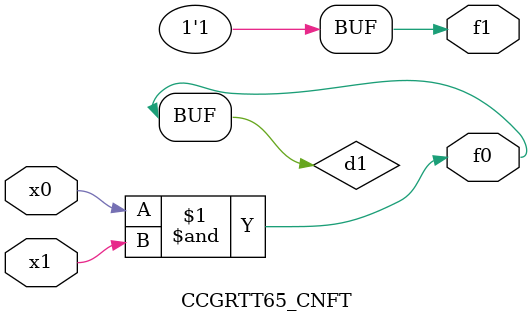
<source format=v>
module CCGRTT65_CNFT(
	input x0, x1,
	output f0, f1
);

	wire d1;

	assign f0 = d1;
	and (d1, x0, x1);
	assign f1 = 1'b1;
endmodule

</source>
